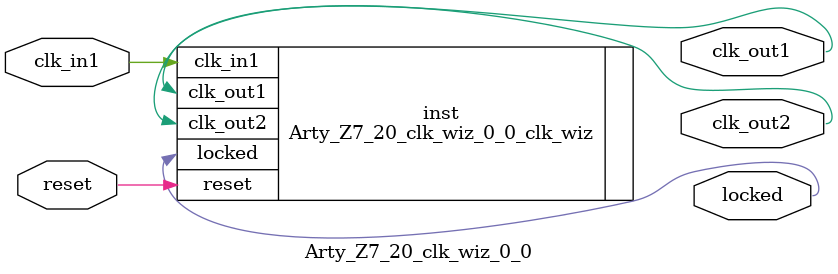
<source format=v>


`timescale 1ps/1ps

(* CORE_GENERATION_INFO = "Arty_Z7_20_clk_wiz_0_0,clk_wiz_v5_4_0_0,{component_name=Arty_Z7_20_clk_wiz_0_0,use_phase_alignment=true,use_min_o_jitter=false,use_max_i_jitter=false,use_dyn_phase_shift=false,use_inclk_switchover=false,use_dyn_reconfig=false,enable_axi=0,feedback_source=FDBK_AUTO,PRIMITIVE=PLL,num_out_clk=2,clkin1_period=8.000,clkin2_period=10.0,use_power_down=false,use_reset=true,use_locked=true,use_inclk_stopped=false,feedback_type=SINGLE,CLOCK_MGR_TYPE=NA,manual_override=false}" *)

module Arty_Z7_20_clk_wiz_0_0 
 (
  // Clock out ports
  output        clk_out1,
  output        clk_out2,
  // Status and control signals
  input         reset,
  output        locked,
 // Clock in ports
  input         clk_in1
 );

  Arty_Z7_20_clk_wiz_0_0_clk_wiz inst
  (
  // Clock out ports  
  .clk_out1(clk_out1),
  .clk_out2(clk_out2),
  // Status and control signals               
  .reset(reset), 
  .locked(locked),
 // Clock in ports
  .clk_in1(clk_in1)
  );

endmodule

</source>
